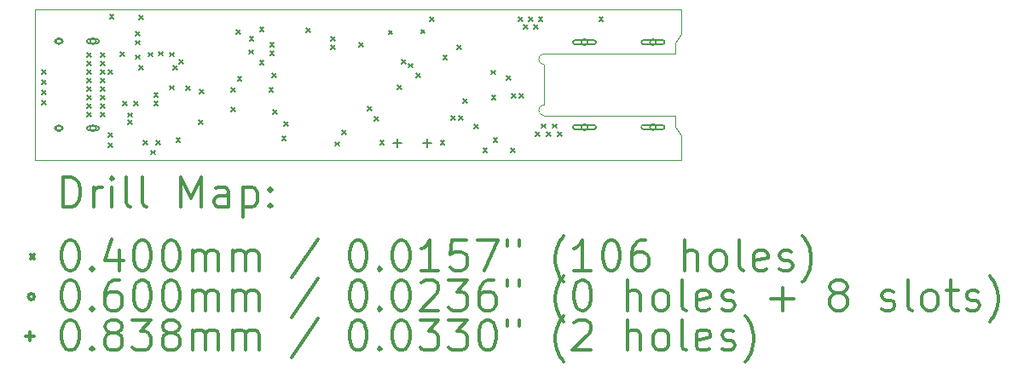
<source format=gbr>
%FSLAX45Y45*%
G04 Gerber Fmt 4.5, Leading zero omitted, Abs format (unit mm)*
G04 Created by KiCad (PCBNEW 5.1.10) date 2021-08-01 14:45:27*
%MOMM*%
%LPD*%
G01*
G04 APERTURE LIST*
%TA.AperFunction,Profile*%
%ADD10C,0.050000*%
%TD*%
%ADD11C,0.200000*%
%ADD12C,0.300000*%
G04 APERTURE END LIST*
D10*
X17835000Y-10477500D02*
X17900000Y-10400000D01*
X17835000Y-10593000D02*
X17835000Y-10477500D01*
X17835000Y-10593000D02*
X16535000Y-10593000D01*
X11475000Y-10150000D02*
X11475000Y-11650000D01*
X16535000Y-10700000D02*
G75*
G02*
X16535000Y-10593000I0J53500D01*
G01*
X16535000Y-11207000D02*
G75*
G02*
X16535000Y-11100000I0J53500D01*
G01*
X17835000Y-11207000D02*
X17835000Y-11322500D01*
X16535000Y-11207000D02*
X17835000Y-11207000D01*
X16535000Y-10700000D02*
X16535000Y-11100000D01*
X11475000Y-11650000D02*
X17900000Y-11650000D01*
X17900000Y-10150000D02*
X11475000Y-10150000D01*
X17900000Y-10400000D02*
X17900000Y-10150000D01*
X17900000Y-11400000D02*
X17900000Y-11650000D01*
X17835000Y-11322500D02*
X17900000Y-11400000D01*
D11*
X11545000Y-10755000D02*
X11585000Y-10795000D01*
X11585000Y-10755000D02*
X11545000Y-10795000D01*
X11545000Y-10855000D02*
X11585000Y-10895000D01*
X11585000Y-10855000D02*
X11545000Y-10895000D01*
X11545000Y-10955000D02*
X11585000Y-10995000D01*
X11585000Y-10955000D02*
X11545000Y-10995000D01*
X11545000Y-11055000D02*
X11585000Y-11095000D01*
X11585000Y-11055000D02*
X11545000Y-11095000D01*
X11997500Y-10582500D02*
X12037500Y-10622500D01*
X12037500Y-10582500D02*
X11997500Y-10622500D01*
X11997500Y-10667500D02*
X12037500Y-10707500D01*
X12037500Y-10667500D02*
X11997500Y-10707500D01*
X11997500Y-10752500D02*
X12037500Y-10792500D01*
X12037500Y-10752500D02*
X11997500Y-10792500D01*
X11997500Y-10837500D02*
X12037500Y-10877500D01*
X12037500Y-10837500D02*
X11997500Y-10877500D01*
X11997500Y-10922500D02*
X12037500Y-10962500D01*
X12037500Y-10922500D02*
X11997500Y-10962500D01*
X11997500Y-11007500D02*
X12037500Y-11047500D01*
X12037500Y-11007500D02*
X11997500Y-11047500D01*
X11997500Y-11092500D02*
X12037500Y-11132500D01*
X12037500Y-11092500D02*
X11997500Y-11132500D01*
X11997500Y-11177500D02*
X12037500Y-11217500D01*
X12037500Y-11177500D02*
X11997500Y-11217500D01*
X12132500Y-10582500D02*
X12172500Y-10622500D01*
X12172500Y-10582500D02*
X12132500Y-10622500D01*
X12132500Y-10667500D02*
X12172500Y-10707500D01*
X12172500Y-10667500D02*
X12132500Y-10707500D01*
X12132500Y-10752500D02*
X12172500Y-10792500D01*
X12172500Y-10752500D02*
X12132500Y-10792500D01*
X12132500Y-10837500D02*
X12172500Y-10877500D01*
X12172500Y-10837500D02*
X12132500Y-10877500D01*
X12132500Y-10922500D02*
X12172500Y-10962500D01*
X12172500Y-10922500D02*
X12132500Y-10962500D01*
X12132500Y-11007500D02*
X12172500Y-11047500D01*
X12172500Y-11007500D02*
X12132500Y-11047500D01*
X12132500Y-11092500D02*
X12172500Y-11132500D01*
X12172500Y-11092500D02*
X12132500Y-11132500D01*
X12132500Y-11177500D02*
X12172500Y-11217500D01*
X12172500Y-11177500D02*
X12132500Y-11217500D01*
X12205000Y-10755000D02*
X12245000Y-10795000D01*
X12245000Y-10755000D02*
X12205000Y-10795000D01*
X12205000Y-11380000D02*
X12245000Y-11420000D01*
X12245000Y-11380000D02*
X12205000Y-11420000D01*
X12205000Y-11480000D02*
X12245000Y-11520000D01*
X12245000Y-11480000D02*
X12205000Y-11520000D01*
X12220000Y-10205000D02*
X12260000Y-10245000D01*
X12260000Y-10205000D02*
X12220000Y-10245000D01*
X12325009Y-10574990D02*
X12365009Y-10614990D01*
X12365009Y-10574990D02*
X12325009Y-10614990D01*
X12350753Y-11065920D02*
X12390753Y-11105920D01*
X12390753Y-11065920D02*
X12350753Y-11105920D01*
X12405000Y-11180000D02*
X12445000Y-11220000D01*
X12445000Y-11180000D02*
X12405000Y-11220000D01*
X12405000Y-11255000D02*
X12445000Y-11295000D01*
X12445000Y-11255000D02*
X12405000Y-11295000D01*
X12459247Y-11065920D02*
X12499247Y-11105920D01*
X12499247Y-11065920D02*
X12459247Y-11105920D01*
X12480000Y-10370000D02*
X12520000Y-10410000D01*
X12520000Y-10370000D02*
X12480000Y-10410000D01*
X12480000Y-10460000D02*
X12520000Y-10500000D01*
X12520000Y-10460000D02*
X12480000Y-10500000D01*
X12480000Y-10605000D02*
X12520000Y-10645000D01*
X12520000Y-10605000D02*
X12480000Y-10645000D01*
X12510000Y-10210000D02*
X12550000Y-10250000D01*
X12550000Y-10210000D02*
X12510000Y-10250000D01*
X12510000Y-10710000D02*
X12550000Y-10750000D01*
X12550000Y-10710000D02*
X12510000Y-10750000D01*
X12555000Y-11455000D02*
X12595000Y-11495000D01*
X12595000Y-11455000D02*
X12555000Y-11495000D01*
X12605000Y-10580000D02*
X12645000Y-10620000D01*
X12645000Y-10580000D02*
X12605000Y-10620000D01*
X12630000Y-11553000D02*
X12670000Y-11593000D01*
X12670000Y-11553000D02*
X12630000Y-11593000D01*
X12660000Y-10982500D02*
X12700000Y-11022500D01*
X12700000Y-10982500D02*
X12660000Y-11022500D01*
X12660000Y-11065000D02*
X12700000Y-11105000D01*
X12700000Y-11065000D02*
X12660000Y-11105000D01*
X12680000Y-11454999D02*
X12720000Y-11494999D01*
X12720000Y-11454999D02*
X12680000Y-11494999D01*
X12710000Y-10570000D02*
X12750000Y-10610000D01*
X12750000Y-10570000D02*
X12710000Y-10610000D01*
X12815000Y-10580000D02*
X12855000Y-10620000D01*
X12855000Y-10580000D02*
X12815000Y-10620000D01*
X12820000Y-10910000D02*
X12860000Y-10950000D01*
X12860000Y-10910000D02*
X12820000Y-10950000D01*
X12850000Y-10710000D02*
X12890000Y-10750000D01*
X12890000Y-10710000D02*
X12850000Y-10750000D01*
X12880000Y-11432499D02*
X12920000Y-11472499D01*
X12920000Y-11432499D02*
X12880000Y-11472499D01*
X12910000Y-10650000D02*
X12950000Y-10690000D01*
X12950000Y-10650000D02*
X12910000Y-10690000D01*
X12980000Y-10915000D02*
X13020000Y-10955000D01*
X13020000Y-10915000D02*
X12980000Y-10955000D01*
X13105000Y-11255000D02*
X13145000Y-11295000D01*
X13145000Y-11255000D02*
X13105000Y-11295000D01*
X13115000Y-10947500D02*
X13155000Y-10987500D01*
X13155000Y-10947500D02*
X13115000Y-10987500D01*
X13429347Y-10931846D02*
X13469347Y-10971846D01*
X13469347Y-10931846D02*
X13429347Y-10971846D01*
X13430000Y-11127500D02*
X13470000Y-11167500D01*
X13470000Y-11127500D02*
X13430000Y-11167500D01*
X13480000Y-10355000D02*
X13520000Y-10395000D01*
X13520000Y-10355000D02*
X13480000Y-10395000D01*
X13490000Y-10820000D02*
X13530000Y-10860000D01*
X13530000Y-10820000D02*
X13490000Y-10860000D01*
X13605000Y-10555000D02*
X13645000Y-10595000D01*
X13645000Y-10555000D02*
X13605000Y-10595000D01*
X13610000Y-10420000D02*
X13650000Y-10460000D01*
X13650000Y-10420000D02*
X13610000Y-10460000D01*
X13710000Y-10330000D02*
X13750000Y-10370000D01*
X13750000Y-10330000D02*
X13710000Y-10370000D01*
X13710000Y-10660000D02*
X13750000Y-10700000D01*
X13750000Y-10660000D02*
X13710000Y-10700000D01*
X13805000Y-10930000D02*
X13845000Y-10970000D01*
X13845000Y-10930000D02*
X13805000Y-10970000D01*
X13812500Y-10485000D02*
X13852500Y-10525000D01*
X13852500Y-10485000D02*
X13812500Y-10525000D01*
X13812500Y-10567500D02*
X13852500Y-10607500D01*
X13852500Y-10567500D02*
X13812500Y-10607500D01*
X13836000Y-10790000D02*
X13876000Y-10830000D01*
X13876000Y-10790000D02*
X13836000Y-10830000D01*
X13843102Y-11154014D02*
X13883102Y-11194014D01*
X13883102Y-11154014D02*
X13843102Y-11194014D01*
X13930000Y-11412501D02*
X13970000Y-11452501D01*
X13970000Y-11412501D02*
X13930000Y-11452501D01*
X13950000Y-11267501D02*
X13990000Y-11307501D01*
X13990000Y-11267501D02*
X13950000Y-11307501D01*
X14170000Y-10340000D02*
X14210000Y-10380000D01*
X14210000Y-10340000D02*
X14170000Y-10380000D01*
X14415000Y-10425000D02*
X14455000Y-10465000D01*
X14455000Y-10425000D02*
X14415000Y-10465000D01*
X14415000Y-10510000D02*
X14455000Y-10550000D01*
X14455000Y-10510000D02*
X14415000Y-10550000D01*
X14460000Y-11467500D02*
X14500000Y-11507500D01*
X14500000Y-11467500D02*
X14460000Y-11507500D01*
X14525000Y-11355000D02*
X14565000Y-11395000D01*
X14565000Y-11355000D02*
X14525000Y-11395000D01*
X14700000Y-10480000D02*
X14740000Y-10520000D01*
X14740000Y-10480000D02*
X14700000Y-10520000D01*
X14780000Y-11120000D02*
X14820000Y-11160000D01*
X14820000Y-11120000D02*
X14780000Y-11160000D01*
X14849998Y-11220000D02*
X14889998Y-11260000D01*
X14889998Y-11220000D02*
X14849998Y-11260000D01*
X14905000Y-11455000D02*
X14945000Y-11495000D01*
X14945000Y-11455000D02*
X14905000Y-11495000D01*
X14990000Y-10360000D02*
X15030000Y-10400000D01*
X15030000Y-10360000D02*
X14990000Y-10400000D01*
X15080000Y-10905000D02*
X15120000Y-10945000D01*
X15120000Y-10905000D02*
X15080000Y-10945000D01*
X15120000Y-10650000D02*
X15160000Y-10690000D01*
X15160000Y-10650000D02*
X15120000Y-10690000D01*
X15190000Y-10690000D02*
X15230000Y-10730000D01*
X15230000Y-10690000D02*
X15190000Y-10730000D01*
X15263316Y-10785982D02*
X15303316Y-10825982D01*
X15303316Y-10785982D02*
X15263316Y-10825982D01*
X15310000Y-10350000D02*
X15350000Y-10390000D01*
X15350000Y-10350000D02*
X15310000Y-10390000D01*
X15400000Y-10230000D02*
X15440000Y-10270000D01*
X15440000Y-10230000D02*
X15400000Y-10270000D01*
X15505000Y-11455000D02*
X15545000Y-11495000D01*
X15545000Y-11455000D02*
X15505000Y-11495000D01*
X15530000Y-10610000D02*
X15570000Y-10650000D01*
X15570000Y-10610000D02*
X15530000Y-10650000D01*
X15610000Y-11210000D02*
X15650000Y-11250000D01*
X15650000Y-11210000D02*
X15610000Y-11250000D01*
X15670000Y-10510000D02*
X15710000Y-10550000D01*
X15710000Y-10510000D02*
X15670000Y-10550000D01*
X15690000Y-11210000D02*
X15730000Y-11250000D01*
X15730000Y-11210000D02*
X15690000Y-11250000D01*
X15730039Y-11043420D02*
X15770039Y-11083420D01*
X15770039Y-11043420D02*
X15730039Y-11083420D01*
X15840282Y-11294717D02*
X15880282Y-11334717D01*
X15880282Y-11294717D02*
X15840282Y-11334717D01*
X15930000Y-11530000D02*
X15970000Y-11570000D01*
X15970000Y-11530000D02*
X15930000Y-11570000D01*
X16010000Y-10758502D02*
X16050000Y-10798502D01*
X16050000Y-10758502D02*
X16010000Y-10798502D01*
X16014750Y-11006119D02*
X16054750Y-11046119D01*
X16054750Y-11006119D02*
X16014750Y-11046119D01*
X16030000Y-11430000D02*
X16070000Y-11470000D01*
X16070000Y-11430000D02*
X16030000Y-11470000D01*
X16160000Y-10810000D02*
X16200000Y-10850000D01*
X16200000Y-10810000D02*
X16160000Y-10850000D01*
X16205000Y-11530000D02*
X16245000Y-11570000D01*
X16245000Y-11530000D02*
X16205000Y-11570000D01*
X16210000Y-10990000D02*
X16250000Y-11030000D01*
X16250000Y-10990000D02*
X16210000Y-11030000D01*
X16280000Y-10230000D02*
X16320000Y-10270000D01*
X16320000Y-10230000D02*
X16280000Y-10270000D01*
X16290000Y-10990000D02*
X16330000Y-11030000D01*
X16330000Y-10990000D02*
X16290000Y-11030000D01*
X16330000Y-10305000D02*
X16370000Y-10345000D01*
X16370000Y-10305000D02*
X16330000Y-10345000D01*
X16380000Y-10230000D02*
X16420000Y-10270000D01*
X16420000Y-10230000D02*
X16380000Y-10270000D01*
X16430000Y-10305000D02*
X16470000Y-10345000D01*
X16470000Y-10305000D02*
X16430000Y-10345000D01*
X16450000Y-11370000D02*
X16490000Y-11410000D01*
X16490000Y-11370000D02*
X16450000Y-11410000D01*
X16480000Y-10230000D02*
X16520000Y-10270000D01*
X16520000Y-10230000D02*
X16480000Y-10270000D01*
X16510000Y-11290000D02*
X16550000Y-11330000D01*
X16550000Y-11290000D02*
X16510000Y-11330000D01*
X16560000Y-11370000D02*
X16600000Y-11410000D01*
X16600000Y-11370000D02*
X16560000Y-11410000D01*
X16620000Y-11290000D02*
X16660000Y-11330000D01*
X16660000Y-11290000D02*
X16620000Y-11330000D01*
X16670000Y-11370000D02*
X16710000Y-11410000D01*
X16710000Y-11370000D02*
X16670000Y-11410000D01*
X17080000Y-10230000D02*
X17120000Y-10270000D01*
X17120000Y-10230000D02*
X17080000Y-10270000D01*
X11746500Y-10467500D02*
G75*
G03*
X11746500Y-10467500I-30000J0D01*
G01*
X11736500Y-10447500D02*
X11696500Y-10447500D01*
X11736500Y-10487500D02*
X11696500Y-10487500D01*
X11696500Y-10447500D02*
G75*
G03*
X11696500Y-10487500I0J-20000D01*
G01*
X11736500Y-10487500D02*
G75*
G03*
X11736500Y-10447500I0J20000D01*
G01*
X11746500Y-11332500D02*
G75*
G03*
X11746500Y-11332500I-30000J0D01*
G01*
X11736500Y-11312500D02*
X11696500Y-11312500D01*
X11736500Y-11352500D02*
X11696500Y-11352500D01*
X11696500Y-11312500D02*
G75*
G03*
X11696500Y-11352500I0J-20000D01*
G01*
X11736500Y-11352500D02*
G75*
G03*
X11736500Y-11312500I0J20000D01*
G01*
X12084500Y-10467500D02*
G75*
G03*
X12084500Y-10467500I-30000J0D01*
G01*
X12094500Y-10447500D02*
X12014500Y-10447500D01*
X12094500Y-10487500D02*
X12014500Y-10487500D01*
X12014500Y-10447500D02*
G75*
G03*
X12014500Y-10487500I0J-20000D01*
G01*
X12094500Y-10487500D02*
G75*
G03*
X12094500Y-10447500I0J20000D01*
G01*
X12084500Y-11332500D02*
G75*
G03*
X12084500Y-11332500I-30000J0D01*
G01*
X12094500Y-11312500D02*
X12014500Y-11312500D01*
X12094500Y-11352500D02*
X12014500Y-11352500D01*
X12014500Y-11312500D02*
G75*
G03*
X12014500Y-11352500I0J-20000D01*
G01*
X12094500Y-11352500D02*
G75*
G03*
X12094500Y-11312500I0J20000D01*
G01*
X16965000Y-10477500D02*
G75*
G03*
X16965000Y-10477500I-30000J0D01*
G01*
X17030000Y-10457500D02*
X16840000Y-10457500D01*
X17030000Y-10497500D02*
X16840000Y-10497500D01*
X16840000Y-10457500D02*
G75*
G03*
X16840000Y-10497500I0J-20000D01*
G01*
X17030000Y-10497500D02*
G75*
G03*
X17030000Y-10457500I0J20000D01*
G01*
X16965000Y-11322500D02*
G75*
G03*
X16965000Y-11322500I-30000J0D01*
G01*
X17030000Y-11302500D02*
X16840000Y-11302500D01*
X17030000Y-11342500D02*
X16840000Y-11342500D01*
X16840000Y-11302500D02*
G75*
G03*
X16840000Y-11342500I0J-20000D01*
G01*
X17030000Y-11342500D02*
G75*
G03*
X17030000Y-11302500I0J20000D01*
G01*
X17645000Y-10477500D02*
G75*
G03*
X17645000Y-10477500I-30000J0D01*
G01*
X17710000Y-10457500D02*
X17520000Y-10457500D01*
X17710000Y-10497500D02*
X17520000Y-10497500D01*
X17520000Y-10457500D02*
G75*
G03*
X17520000Y-10497500I0J-20000D01*
G01*
X17710000Y-10497500D02*
G75*
G03*
X17710000Y-10457500I0J20000D01*
G01*
X17645000Y-11322500D02*
G75*
G03*
X17645000Y-11322500I-30000J0D01*
G01*
X17710000Y-11302500D02*
X17520000Y-11302500D01*
X17710000Y-11342500D02*
X17520000Y-11342500D01*
X17520000Y-11302500D02*
G75*
G03*
X17520000Y-11342500I0J-20000D01*
G01*
X17710000Y-11342500D02*
G75*
G03*
X17710000Y-11302500I0J20000D01*
G01*
X15075000Y-11438050D02*
X15075000Y-11521870D01*
X15033090Y-11479960D02*
X15116910Y-11479960D01*
X15375000Y-11438050D02*
X15375000Y-11521870D01*
X15333090Y-11479960D02*
X15416910Y-11479960D01*
D12*
X11758928Y-12118214D02*
X11758928Y-11818214D01*
X11830357Y-11818214D01*
X11873214Y-11832500D01*
X11901786Y-11861071D01*
X11916071Y-11889643D01*
X11930357Y-11946786D01*
X11930357Y-11989643D01*
X11916071Y-12046786D01*
X11901786Y-12075357D01*
X11873214Y-12103929D01*
X11830357Y-12118214D01*
X11758928Y-12118214D01*
X12058928Y-12118214D02*
X12058928Y-11918214D01*
X12058928Y-11975357D02*
X12073214Y-11946786D01*
X12087500Y-11932500D01*
X12116071Y-11918214D01*
X12144643Y-11918214D01*
X12244643Y-12118214D02*
X12244643Y-11918214D01*
X12244643Y-11818214D02*
X12230357Y-11832500D01*
X12244643Y-11846786D01*
X12258928Y-11832500D01*
X12244643Y-11818214D01*
X12244643Y-11846786D01*
X12430357Y-12118214D02*
X12401786Y-12103929D01*
X12387500Y-12075357D01*
X12387500Y-11818214D01*
X12587500Y-12118214D02*
X12558928Y-12103929D01*
X12544643Y-12075357D01*
X12544643Y-11818214D01*
X12930357Y-12118214D02*
X12930357Y-11818214D01*
X13030357Y-12032500D01*
X13130357Y-11818214D01*
X13130357Y-12118214D01*
X13401786Y-12118214D02*
X13401786Y-11961071D01*
X13387500Y-11932500D01*
X13358928Y-11918214D01*
X13301786Y-11918214D01*
X13273214Y-11932500D01*
X13401786Y-12103929D02*
X13373214Y-12118214D01*
X13301786Y-12118214D01*
X13273214Y-12103929D01*
X13258928Y-12075357D01*
X13258928Y-12046786D01*
X13273214Y-12018214D01*
X13301786Y-12003929D01*
X13373214Y-12003929D01*
X13401786Y-11989643D01*
X13544643Y-11918214D02*
X13544643Y-12218214D01*
X13544643Y-11932500D02*
X13573214Y-11918214D01*
X13630357Y-11918214D01*
X13658928Y-11932500D01*
X13673214Y-11946786D01*
X13687500Y-11975357D01*
X13687500Y-12061071D01*
X13673214Y-12089643D01*
X13658928Y-12103929D01*
X13630357Y-12118214D01*
X13573214Y-12118214D01*
X13544643Y-12103929D01*
X13816071Y-12089643D02*
X13830357Y-12103929D01*
X13816071Y-12118214D01*
X13801786Y-12103929D01*
X13816071Y-12089643D01*
X13816071Y-12118214D01*
X13816071Y-11932500D02*
X13830357Y-11946786D01*
X13816071Y-11961071D01*
X13801786Y-11946786D01*
X13816071Y-11932500D01*
X13816071Y-11961071D01*
X11432500Y-12592500D02*
X11472500Y-12632500D01*
X11472500Y-12592500D02*
X11432500Y-12632500D01*
X11816071Y-12448214D02*
X11844643Y-12448214D01*
X11873214Y-12462500D01*
X11887500Y-12476786D01*
X11901786Y-12505357D01*
X11916071Y-12562500D01*
X11916071Y-12633929D01*
X11901786Y-12691071D01*
X11887500Y-12719643D01*
X11873214Y-12733929D01*
X11844643Y-12748214D01*
X11816071Y-12748214D01*
X11787500Y-12733929D01*
X11773214Y-12719643D01*
X11758928Y-12691071D01*
X11744643Y-12633929D01*
X11744643Y-12562500D01*
X11758928Y-12505357D01*
X11773214Y-12476786D01*
X11787500Y-12462500D01*
X11816071Y-12448214D01*
X12044643Y-12719643D02*
X12058928Y-12733929D01*
X12044643Y-12748214D01*
X12030357Y-12733929D01*
X12044643Y-12719643D01*
X12044643Y-12748214D01*
X12316071Y-12548214D02*
X12316071Y-12748214D01*
X12244643Y-12433929D02*
X12173214Y-12648214D01*
X12358928Y-12648214D01*
X12530357Y-12448214D02*
X12558928Y-12448214D01*
X12587500Y-12462500D01*
X12601786Y-12476786D01*
X12616071Y-12505357D01*
X12630357Y-12562500D01*
X12630357Y-12633929D01*
X12616071Y-12691071D01*
X12601786Y-12719643D01*
X12587500Y-12733929D01*
X12558928Y-12748214D01*
X12530357Y-12748214D01*
X12501786Y-12733929D01*
X12487500Y-12719643D01*
X12473214Y-12691071D01*
X12458928Y-12633929D01*
X12458928Y-12562500D01*
X12473214Y-12505357D01*
X12487500Y-12476786D01*
X12501786Y-12462500D01*
X12530357Y-12448214D01*
X12816071Y-12448214D02*
X12844643Y-12448214D01*
X12873214Y-12462500D01*
X12887500Y-12476786D01*
X12901786Y-12505357D01*
X12916071Y-12562500D01*
X12916071Y-12633929D01*
X12901786Y-12691071D01*
X12887500Y-12719643D01*
X12873214Y-12733929D01*
X12844643Y-12748214D01*
X12816071Y-12748214D01*
X12787500Y-12733929D01*
X12773214Y-12719643D01*
X12758928Y-12691071D01*
X12744643Y-12633929D01*
X12744643Y-12562500D01*
X12758928Y-12505357D01*
X12773214Y-12476786D01*
X12787500Y-12462500D01*
X12816071Y-12448214D01*
X13044643Y-12748214D02*
X13044643Y-12548214D01*
X13044643Y-12576786D02*
X13058928Y-12562500D01*
X13087500Y-12548214D01*
X13130357Y-12548214D01*
X13158928Y-12562500D01*
X13173214Y-12591071D01*
X13173214Y-12748214D01*
X13173214Y-12591071D02*
X13187500Y-12562500D01*
X13216071Y-12548214D01*
X13258928Y-12548214D01*
X13287500Y-12562500D01*
X13301786Y-12591071D01*
X13301786Y-12748214D01*
X13444643Y-12748214D02*
X13444643Y-12548214D01*
X13444643Y-12576786D02*
X13458928Y-12562500D01*
X13487500Y-12548214D01*
X13530357Y-12548214D01*
X13558928Y-12562500D01*
X13573214Y-12591071D01*
X13573214Y-12748214D01*
X13573214Y-12591071D02*
X13587500Y-12562500D01*
X13616071Y-12548214D01*
X13658928Y-12548214D01*
X13687500Y-12562500D01*
X13701786Y-12591071D01*
X13701786Y-12748214D01*
X14287500Y-12433929D02*
X14030357Y-12819643D01*
X14673214Y-12448214D02*
X14701786Y-12448214D01*
X14730357Y-12462500D01*
X14744643Y-12476786D01*
X14758928Y-12505357D01*
X14773214Y-12562500D01*
X14773214Y-12633929D01*
X14758928Y-12691071D01*
X14744643Y-12719643D01*
X14730357Y-12733929D01*
X14701786Y-12748214D01*
X14673214Y-12748214D01*
X14644643Y-12733929D01*
X14630357Y-12719643D01*
X14616071Y-12691071D01*
X14601786Y-12633929D01*
X14601786Y-12562500D01*
X14616071Y-12505357D01*
X14630357Y-12476786D01*
X14644643Y-12462500D01*
X14673214Y-12448214D01*
X14901786Y-12719643D02*
X14916071Y-12733929D01*
X14901786Y-12748214D01*
X14887500Y-12733929D01*
X14901786Y-12719643D01*
X14901786Y-12748214D01*
X15101786Y-12448214D02*
X15130357Y-12448214D01*
X15158928Y-12462500D01*
X15173214Y-12476786D01*
X15187500Y-12505357D01*
X15201786Y-12562500D01*
X15201786Y-12633929D01*
X15187500Y-12691071D01*
X15173214Y-12719643D01*
X15158928Y-12733929D01*
X15130357Y-12748214D01*
X15101786Y-12748214D01*
X15073214Y-12733929D01*
X15058928Y-12719643D01*
X15044643Y-12691071D01*
X15030357Y-12633929D01*
X15030357Y-12562500D01*
X15044643Y-12505357D01*
X15058928Y-12476786D01*
X15073214Y-12462500D01*
X15101786Y-12448214D01*
X15487500Y-12748214D02*
X15316071Y-12748214D01*
X15401786Y-12748214D02*
X15401786Y-12448214D01*
X15373214Y-12491071D01*
X15344643Y-12519643D01*
X15316071Y-12533929D01*
X15758928Y-12448214D02*
X15616071Y-12448214D01*
X15601786Y-12591071D01*
X15616071Y-12576786D01*
X15644643Y-12562500D01*
X15716071Y-12562500D01*
X15744643Y-12576786D01*
X15758928Y-12591071D01*
X15773214Y-12619643D01*
X15773214Y-12691071D01*
X15758928Y-12719643D01*
X15744643Y-12733929D01*
X15716071Y-12748214D01*
X15644643Y-12748214D01*
X15616071Y-12733929D01*
X15601786Y-12719643D01*
X15873214Y-12448214D02*
X16073214Y-12448214D01*
X15944643Y-12748214D01*
X16173214Y-12448214D02*
X16173214Y-12505357D01*
X16287500Y-12448214D02*
X16287500Y-12505357D01*
X16730357Y-12862500D02*
X16716071Y-12848214D01*
X16687500Y-12805357D01*
X16673214Y-12776786D01*
X16658928Y-12733929D01*
X16644643Y-12662500D01*
X16644643Y-12605357D01*
X16658928Y-12533929D01*
X16673214Y-12491071D01*
X16687500Y-12462500D01*
X16716071Y-12419643D01*
X16730357Y-12405357D01*
X17001786Y-12748214D02*
X16830357Y-12748214D01*
X16916071Y-12748214D02*
X16916071Y-12448214D01*
X16887500Y-12491071D01*
X16858928Y-12519643D01*
X16830357Y-12533929D01*
X17187500Y-12448214D02*
X17216071Y-12448214D01*
X17244643Y-12462500D01*
X17258928Y-12476786D01*
X17273214Y-12505357D01*
X17287500Y-12562500D01*
X17287500Y-12633929D01*
X17273214Y-12691071D01*
X17258928Y-12719643D01*
X17244643Y-12733929D01*
X17216071Y-12748214D01*
X17187500Y-12748214D01*
X17158928Y-12733929D01*
X17144643Y-12719643D01*
X17130357Y-12691071D01*
X17116071Y-12633929D01*
X17116071Y-12562500D01*
X17130357Y-12505357D01*
X17144643Y-12476786D01*
X17158928Y-12462500D01*
X17187500Y-12448214D01*
X17544643Y-12448214D02*
X17487500Y-12448214D01*
X17458928Y-12462500D01*
X17444643Y-12476786D01*
X17416071Y-12519643D01*
X17401786Y-12576786D01*
X17401786Y-12691071D01*
X17416071Y-12719643D01*
X17430357Y-12733929D01*
X17458928Y-12748214D01*
X17516071Y-12748214D01*
X17544643Y-12733929D01*
X17558928Y-12719643D01*
X17573214Y-12691071D01*
X17573214Y-12619643D01*
X17558928Y-12591071D01*
X17544643Y-12576786D01*
X17516071Y-12562500D01*
X17458928Y-12562500D01*
X17430357Y-12576786D01*
X17416071Y-12591071D01*
X17401786Y-12619643D01*
X17930357Y-12748214D02*
X17930357Y-12448214D01*
X18058928Y-12748214D02*
X18058928Y-12591071D01*
X18044643Y-12562500D01*
X18016071Y-12548214D01*
X17973214Y-12548214D01*
X17944643Y-12562500D01*
X17930357Y-12576786D01*
X18244643Y-12748214D02*
X18216071Y-12733929D01*
X18201786Y-12719643D01*
X18187500Y-12691071D01*
X18187500Y-12605357D01*
X18201786Y-12576786D01*
X18216071Y-12562500D01*
X18244643Y-12548214D01*
X18287500Y-12548214D01*
X18316071Y-12562500D01*
X18330357Y-12576786D01*
X18344643Y-12605357D01*
X18344643Y-12691071D01*
X18330357Y-12719643D01*
X18316071Y-12733929D01*
X18287500Y-12748214D01*
X18244643Y-12748214D01*
X18516071Y-12748214D02*
X18487500Y-12733929D01*
X18473214Y-12705357D01*
X18473214Y-12448214D01*
X18744643Y-12733929D02*
X18716071Y-12748214D01*
X18658928Y-12748214D01*
X18630357Y-12733929D01*
X18616071Y-12705357D01*
X18616071Y-12591071D01*
X18630357Y-12562500D01*
X18658928Y-12548214D01*
X18716071Y-12548214D01*
X18744643Y-12562500D01*
X18758928Y-12591071D01*
X18758928Y-12619643D01*
X18616071Y-12648214D01*
X18873214Y-12733929D02*
X18901786Y-12748214D01*
X18958928Y-12748214D01*
X18987500Y-12733929D01*
X19001786Y-12705357D01*
X19001786Y-12691071D01*
X18987500Y-12662500D01*
X18958928Y-12648214D01*
X18916071Y-12648214D01*
X18887500Y-12633929D01*
X18873214Y-12605357D01*
X18873214Y-12591071D01*
X18887500Y-12562500D01*
X18916071Y-12548214D01*
X18958928Y-12548214D01*
X18987500Y-12562500D01*
X19101786Y-12862500D02*
X19116071Y-12848214D01*
X19144643Y-12805357D01*
X19158928Y-12776786D01*
X19173214Y-12733929D01*
X19187500Y-12662500D01*
X19187500Y-12605357D01*
X19173214Y-12533929D01*
X19158928Y-12491071D01*
X19144643Y-12462500D01*
X19116071Y-12419643D01*
X19101786Y-12405357D01*
X11472500Y-13008500D02*
G75*
G03*
X11472500Y-13008500I-30000J0D01*
G01*
X11816071Y-12844214D02*
X11844643Y-12844214D01*
X11873214Y-12858500D01*
X11887500Y-12872786D01*
X11901786Y-12901357D01*
X11916071Y-12958500D01*
X11916071Y-13029929D01*
X11901786Y-13087071D01*
X11887500Y-13115643D01*
X11873214Y-13129929D01*
X11844643Y-13144214D01*
X11816071Y-13144214D01*
X11787500Y-13129929D01*
X11773214Y-13115643D01*
X11758928Y-13087071D01*
X11744643Y-13029929D01*
X11744643Y-12958500D01*
X11758928Y-12901357D01*
X11773214Y-12872786D01*
X11787500Y-12858500D01*
X11816071Y-12844214D01*
X12044643Y-13115643D02*
X12058928Y-13129929D01*
X12044643Y-13144214D01*
X12030357Y-13129929D01*
X12044643Y-13115643D01*
X12044643Y-13144214D01*
X12316071Y-12844214D02*
X12258928Y-12844214D01*
X12230357Y-12858500D01*
X12216071Y-12872786D01*
X12187500Y-12915643D01*
X12173214Y-12972786D01*
X12173214Y-13087071D01*
X12187500Y-13115643D01*
X12201786Y-13129929D01*
X12230357Y-13144214D01*
X12287500Y-13144214D01*
X12316071Y-13129929D01*
X12330357Y-13115643D01*
X12344643Y-13087071D01*
X12344643Y-13015643D01*
X12330357Y-12987071D01*
X12316071Y-12972786D01*
X12287500Y-12958500D01*
X12230357Y-12958500D01*
X12201786Y-12972786D01*
X12187500Y-12987071D01*
X12173214Y-13015643D01*
X12530357Y-12844214D02*
X12558928Y-12844214D01*
X12587500Y-12858500D01*
X12601786Y-12872786D01*
X12616071Y-12901357D01*
X12630357Y-12958500D01*
X12630357Y-13029929D01*
X12616071Y-13087071D01*
X12601786Y-13115643D01*
X12587500Y-13129929D01*
X12558928Y-13144214D01*
X12530357Y-13144214D01*
X12501786Y-13129929D01*
X12487500Y-13115643D01*
X12473214Y-13087071D01*
X12458928Y-13029929D01*
X12458928Y-12958500D01*
X12473214Y-12901357D01*
X12487500Y-12872786D01*
X12501786Y-12858500D01*
X12530357Y-12844214D01*
X12816071Y-12844214D02*
X12844643Y-12844214D01*
X12873214Y-12858500D01*
X12887500Y-12872786D01*
X12901786Y-12901357D01*
X12916071Y-12958500D01*
X12916071Y-13029929D01*
X12901786Y-13087071D01*
X12887500Y-13115643D01*
X12873214Y-13129929D01*
X12844643Y-13144214D01*
X12816071Y-13144214D01*
X12787500Y-13129929D01*
X12773214Y-13115643D01*
X12758928Y-13087071D01*
X12744643Y-13029929D01*
X12744643Y-12958500D01*
X12758928Y-12901357D01*
X12773214Y-12872786D01*
X12787500Y-12858500D01*
X12816071Y-12844214D01*
X13044643Y-13144214D02*
X13044643Y-12944214D01*
X13044643Y-12972786D02*
X13058928Y-12958500D01*
X13087500Y-12944214D01*
X13130357Y-12944214D01*
X13158928Y-12958500D01*
X13173214Y-12987071D01*
X13173214Y-13144214D01*
X13173214Y-12987071D02*
X13187500Y-12958500D01*
X13216071Y-12944214D01*
X13258928Y-12944214D01*
X13287500Y-12958500D01*
X13301786Y-12987071D01*
X13301786Y-13144214D01*
X13444643Y-13144214D02*
X13444643Y-12944214D01*
X13444643Y-12972786D02*
X13458928Y-12958500D01*
X13487500Y-12944214D01*
X13530357Y-12944214D01*
X13558928Y-12958500D01*
X13573214Y-12987071D01*
X13573214Y-13144214D01*
X13573214Y-12987071D02*
X13587500Y-12958500D01*
X13616071Y-12944214D01*
X13658928Y-12944214D01*
X13687500Y-12958500D01*
X13701786Y-12987071D01*
X13701786Y-13144214D01*
X14287500Y-12829929D02*
X14030357Y-13215643D01*
X14673214Y-12844214D02*
X14701786Y-12844214D01*
X14730357Y-12858500D01*
X14744643Y-12872786D01*
X14758928Y-12901357D01*
X14773214Y-12958500D01*
X14773214Y-13029929D01*
X14758928Y-13087071D01*
X14744643Y-13115643D01*
X14730357Y-13129929D01*
X14701786Y-13144214D01*
X14673214Y-13144214D01*
X14644643Y-13129929D01*
X14630357Y-13115643D01*
X14616071Y-13087071D01*
X14601786Y-13029929D01*
X14601786Y-12958500D01*
X14616071Y-12901357D01*
X14630357Y-12872786D01*
X14644643Y-12858500D01*
X14673214Y-12844214D01*
X14901786Y-13115643D02*
X14916071Y-13129929D01*
X14901786Y-13144214D01*
X14887500Y-13129929D01*
X14901786Y-13115643D01*
X14901786Y-13144214D01*
X15101786Y-12844214D02*
X15130357Y-12844214D01*
X15158928Y-12858500D01*
X15173214Y-12872786D01*
X15187500Y-12901357D01*
X15201786Y-12958500D01*
X15201786Y-13029929D01*
X15187500Y-13087071D01*
X15173214Y-13115643D01*
X15158928Y-13129929D01*
X15130357Y-13144214D01*
X15101786Y-13144214D01*
X15073214Y-13129929D01*
X15058928Y-13115643D01*
X15044643Y-13087071D01*
X15030357Y-13029929D01*
X15030357Y-12958500D01*
X15044643Y-12901357D01*
X15058928Y-12872786D01*
X15073214Y-12858500D01*
X15101786Y-12844214D01*
X15316071Y-12872786D02*
X15330357Y-12858500D01*
X15358928Y-12844214D01*
X15430357Y-12844214D01*
X15458928Y-12858500D01*
X15473214Y-12872786D01*
X15487500Y-12901357D01*
X15487500Y-12929929D01*
X15473214Y-12972786D01*
X15301786Y-13144214D01*
X15487500Y-13144214D01*
X15587500Y-12844214D02*
X15773214Y-12844214D01*
X15673214Y-12958500D01*
X15716071Y-12958500D01*
X15744643Y-12972786D01*
X15758928Y-12987071D01*
X15773214Y-13015643D01*
X15773214Y-13087071D01*
X15758928Y-13115643D01*
X15744643Y-13129929D01*
X15716071Y-13144214D01*
X15630357Y-13144214D01*
X15601786Y-13129929D01*
X15587500Y-13115643D01*
X16030357Y-12844214D02*
X15973214Y-12844214D01*
X15944643Y-12858500D01*
X15930357Y-12872786D01*
X15901786Y-12915643D01*
X15887500Y-12972786D01*
X15887500Y-13087071D01*
X15901786Y-13115643D01*
X15916071Y-13129929D01*
X15944643Y-13144214D01*
X16001786Y-13144214D01*
X16030357Y-13129929D01*
X16044643Y-13115643D01*
X16058928Y-13087071D01*
X16058928Y-13015643D01*
X16044643Y-12987071D01*
X16030357Y-12972786D01*
X16001786Y-12958500D01*
X15944643Y-12958500D01*
X15916071Y-12972786D01*
X15901786Y-12987071D01*
X15887500Y-13015643D01*
X16173214Y-12844214D02*
X16173214Y-12901357D01*
X16287500Y-12844214D02*
X16287500Y-12901357D01*
X16730357Y-13258500D02*
X16716071Y-13244214D01*
X16687500Y-13201357D01*
X16673214Y-13172786D01*
X16658928Y-13129929D01*
X16644643Y-13058500D01*
X16644643Y-13001357D01*
X16658928Y-12929929D01*
X16673214Y-12887071D01*
X16687500Y-12858500D01*
X16716071Y-12815643D01*
X16730357Y-12801357D01*
X16901786Y-12844214D02*
X16930357Y-12844214D01*
X16958928Y-12858500D01*
X16973214Y-12872786D01*
X16987500Y-12901357D01*
X17001786Y-12958500D01*
X17001786Y-13029929D01*
X16987500Y-13087071D01*
X16973214Y-13115643D01*
X16958928Y-13129929D01*
X16930357Y-13144214D01*
X16901786Y-13144214D01*
X16873214Y-13129929D01*
X16858928Y-13115643D01*
X16844643Y-13087071D01*
X16830357Y-13029929D01*
X16830357Y-12958500D01*
X16844643Y-12901357D01*
X16858928Y-12872786D01*
X16873214Y-12858500D01*
X16901786Y-12844214D01*
X17358928Y-13144214D02*
X17358928Y-12844214D01*
X17487500Y-13144214D02*
X17487500Y-12987071D01*
X17473214Y-12958500D01*
X17444643Y-12944214D01*
X17401786Y-12944214D01*
X17373214Y-12958500D01*
X17358928Y-12972786D01*
X17673214Y-13144214D02*
X17644643Y-13129929D01*
X17630357Y-13115643D01*
X17616071Y-13087071D01*
X17616071Y-13001357D01*
X17630357Y-12972786D01*
X17644643Y-12958500D01*
X17673214Y-12944214D01*
X17716071Y-12944214D01*
X17744643Y-12958500D01*
X17758928Y-12972786D01*
X17773214Y-13001357D01*
X17773214Y-13087071D01*
X17758928Y-13115643D01*
X17744643Y-13129929D01*
X17716071Y-13144214D01*
X17673214Y-13144214D01*
X17944643Y-13144214D02*
X17916071Y-13129929D01*
X17901786Y-13101357D01*
X17901786Y-12844214D01*
X18173214Y-13129929D02*
X18144643Y-13144214D01*
X18087500Y-13144214D01*
X18058928Y-13129929D01*
X18044643Y-13101357D01*
X18044643Y-12987071D01*
X18058928Y-12958500D01*
X18087500Y-12944214D01*
X18144643Y-12944214D01*
X18173214Y-12958500D01*
X18187500Y-12987071D01*
X18187500Y-13015643D01*
X18044643Y-13044214D01*
X18301786Y-13129929D02*
X18330357Y-13144214D01*
X18387500Y-13144214D01*
X18416071Y-13129929D01*
X18430357Y-13101357D01*
X18430357Y-13087071D01*
X18416071Y-13058500D01*
X18387500Y-13044214D01*
X18344643Y-13044214D01*
X18316071Y-13029929D01*
X18301786Y-13001357D01*
X18301786Y-12987071D01*
X18316071Y-12958500D01*
X18344643Y-12944214D01*
X18387500Y-12944214D01*
X18416071Y-12958500D01*
X18787500Y-13029929D02*
X19016071Y-13029929D01*
X18901786Y-13144214D02*
X18901786Y-12915643D01*
X19430357Y-12972786D02*
X19401786Y-12958500D01*
X19387500Y-12944214D01*
X19373214Y-12915643D01*
X19373214Y-12901357D01*
X19387500Y-12872786D01*
X19401786Y-12858500D01*
X19430357Y-12844214D01*
X19487500Y-12844214D01*
X19516071Y-12858500D01*
X19530357Y-12872786D01*
X19544643Y-12901357D01*
X19544643Y-12915643D01*
X19530357Y-12944214D01*
X19516071Y-12958500D01*
X19487500Y-12972786D01*
X19430357Y-12972786D01*
X19401786Y-12987071D01*
X19387500Y-13001357D01*
X19373214Y-13029929D01*
X19373214Y-13087071D01*
X19387500Y-13115643D01*
X19401786Y-13129929D01*
X19430357Y-13144214D01*
X19487500Y-13144214D01*
X19516071Y-13129929D01*
X19530357Y-13115643D01*
X19544643Y-13087071D01*
X19544643Y-13029929D01*
X19530357Y-13001357D01*
X19516071Y-12987071D01*
X19487500Y-12972786D01*
X19887500Y-13129929D02*
X19916071Y-13144214D01*
X19973214Y-13144214D01*
X20001786Y-13129929D01*
X20016071Y-13101357D01*
X20016071Y-13087071D01*
X20001786Y-13058500D01*
X19973214Y-13044214D01*
X19930357Y-13044214D01*
X19901786Y-13029929D01*
X19887500Y-13001357D01*
X19887500Y-12987071D01*
X19901786Y-12958500D01*
X19930357Y-12944214D01*
X19973214Y-12944214D01*
X20001786Y-12958500D01*
X20187500Y-13144214D02*
X20158928Y-13129929D01*
X20144643Y-13101357D01*
X20144643Y-12844214D01*
X20344643Y-13144214D02*
X20316071Y-13129929D01*
X20301786Y-13115643D01*
X20287500Y-13087071D01*
X20287500Y-13001357D01*
X20301786Y-12972786D01*
X20316071Y-12958500D01*
X20344643Y-12944214D01*
X20387500Y-12944214D01*
X20416071Y-12958500D01*
X20430357Y-12972786D01*
X20444643Y-13001357D01*
X20444643Y-13087071D01*
X20430357Y-13115643D01*
X20416071Y-13129929D01*
X20387500Y-13144214D01*
X20344643Y-13144214D01*
X20530357Y-12944214D02*
X20644643Y-12944214D01*
X20573214Y-12844214D02*
X20573214Y-13101357D01*
X20587500Y-13129929D01*
X20616071Y-13144214D01*
X20644643Y-13144214D01*
X20730357Y-13129929D02*
X20758928Y-13144214D01*
X20816071Y-13144214D01*
X20844643Y-13129929D01*
X20858928Y-13101357D01*
X20858928Y-13087071D01*
X20844643Y-13058500D01*
X20816071Y-13044214D01*
X20773214Y-13044214D01*
X20744643Y-13029929D01*
X20730357Y-13001357D01*
X20730357Y-12987071D01*
X20744643Y-12958500D01*
X20773214Y-12944214D01*
X20816071Y-12944214D01*
X20844643Y-12958500D01*
X20958928Y-13258500D02*
X20973214Y-13244214D01*
X21001786Y-13201357D01*
X21016071Y-13172786D01*
X21030357Y-13129929D01*
X21044643Y-13058500D01*
X21044643Y-13001357D01*
X21030357Y-12929929D01*
X21016071Y-12887071D01*
X21001786Y-12858500D01*
X20973214Y-12815643D01*
X20958928Y-12801357D01*
X11430590Y-13362590D02*
X11430590Y-13446410D01*
X11388680Y-13404500D02*
X11472500Y-13404500D01*
X11816071Y-13240214D02*
X11844643Y-13240214D01*
X11873214Y-13254500D01*
X11887500Y-13268786D01*
X11901786Y-13297357D01*
X11916071Y-13354500D01*
X11916071Y-13425929D01*
X11901786Y-13483071D01*
X11887500Y-13511643D01*
X11873214Y-13525929D01*
X11844643Y-13540214D01*
X11816071Y-13540214D01*
X11787500Y-13525929D01*
X11773214Y-13511643D01*
X11758928Y-13483071D01*
X11744643Y-13425929D01*
X11744643Y-13354500D01*
X11758928Y-13297357D01*
X11773214Y-13268786D01*
X11787500Y-13254500D01*
X11816071Y-13240214D01*
X12044643Y-13511643D02*
X12058928Y-13525929D01*
X12044643Y-13540214D01*
X12030357Y-13525929D01*
X12044643Y-13511643D01*
X12044643Y-13540214D01*
X12230357Y-13368786D02*
X12201786Y-13354500D01*
X12187500Y-13340214D01*
X12173214Y-13311643D01*
X12173214Y-13297357D01*
X12187500Y-13268786D01*
X12201786Y-13254500D01*
X12230357Y-13240214D01*
X12287500Y-13240214D01*
X12316071Y-13254500D01*
X12330357Y-13268786D01*
X12344643Y-13297357D01*
X12344643Y-13311643D01*
X12330357Y-13340214D01*
X12316071Y-13354500D01*
X12287500Y-13368786D01*
X12230357Y-13368786D01*
X12201786Y-13383071D01*
X12187500Y-13397357D01*
X12173214Y-13425929D01*
X12173214Y-13483071D01*
X12187500Y-13511643D01*
X12201786Y-13525929D01*
X12230357Y-13540214D01*
X12287500Y-13540214D01*
X12316071Y-13525929D01*
X12330357Y-13511643D01*
X12344643Y-13483071D01*
X12344643Y-13425929D01*
X12330357Y-13397357D01*
X12316071Y-13383071D01*
X12287500Y-13368786D01*
X12444643Y-13240214D02*
X12630357Y-13240214D01*
X12530357Y-13354500D01*
X12573214Y-13354500D01*
X12601786Y-13368786D01*
X12616071Y-13383071D01*
X12630357Y-13411643D01*
X12630357Y-13483071D01*
X12616071Y-13511643D01*
X12601786Y-13525929D01*
X12573214Y-13540214D01*
X12487500Y-13540214D01*
X12458928Y-13525929D01*
X12444643Y-13511643D01*
X12801786Y-13368786D02*
X12773214Y-13354500D01*
X12758928Y-13340214D01*
X12744643Y-13311643D01*
X12744643Y-13297357D01*
X12758928Y-13268786D01*
X12773214Y-13254500D01*
X12801786Y-13240214D01*
X12858928Y-13240214D01*
X12887500Y-13254500D01*
X12901786Y-13268786D01*
X12916071Y-13297357D01*
X12916071Y-13311643D01*
X12901786Y-13340214D01*
X12887500Y-13354500D01*
X12858928Y-13368786D01*
X12801786Y-13368786D01*
X12773214Y-13383071D01*
X12758928Y-13397357D01*
X12744643Y-13425929D01*
X12744643Y-13483071D01*
X12758928Y-13511643D01*
X12773214Y-13525929D01*
X12801786Y-13540214D01*
X12858928Y-13540214D01*
X12887500Y-13525929D01*
X12901786Y-13511643D01*
X12916071Y-13483071D01*
X12916071Y-13425929D01*
X12901786Y-13397357D01*
X12887500Y-13383071D01*
X12858928Y-13368786D01*
X13044643Y-13540214D02*
X13044643Y-13340214D01*
X13044643Y-13368786D02*
X13058928Y-13354500D01*
X13087500Y-13340214D01*
X13130357Y-13340214D01*
X13158928Y-13354500D01*
X13173214Y-13383071D01*
X13173214Y-13540214D01*
X13173214Y-13383071D02*
X13187500Y-13354500D01*
X13216071Y-13340214D01*
X13258928Y-13340214D01*
X13287500Y-13354500D01*
X13301786Y-13383071D01*
X13301786Y-13540214D01*
X13444643Y-13540214D02*
X13444643Y-13340214D01*
X13444643Y-13368786D02*
X13458928Y-13354500D01*
X13487500Y-13340214D01*
X13530357Y-13340214D01*
X13558928Y-13354500D01*
X13573214Y-13383071D01*
X13573214Y-13540214D01*
X13573214Y-13383071D02*
X13587500Y-13354500D01*
X13616071Y-13340214D01*
X13658928Y-13340214D01*
X13687500Y-13354500D01*
X13701786Y-13383071D01*
X13701786Y-13540214D01*
X14287500Y-13225929D02*
X14030357Y-13611643D01*
X14673214Y-13240214D02*
X14701786Y-13240214D01*
X14730357Y-13254500D01*
X14744643Y-13268786D01*
X14758928Y-13297357D01*
X14773214Y-13354500D01*
X14773214Y-13425929D01*
X14758928Y-13483071D01*
X14744643Y-13511643D01*
X14730357Y-13525929D01*
X14701786Y-13540214D01*
X14673214Y-13540214D01*
X14644643Y-13525929D01*
X14630357Y-13511643D01*
X14616071Y-13483071D01*
X14601786Y-13425929D01*
X14601786Y-13354500D01*
X14616071Y-13297357D01*
X14630357Y-13268786D01*
X14644643Y-13254500D01*
X14673214Y-13240214D01*
X14901786Y-13511643D02*
X14916071Y-13525929D01*
X14901786Y-13540214D01*
X14887500Y-13525929D01*
X14901786Y-13511643D01*
X14901786Y-13540214D01*
X15101786Y-13240214D02*
X15130357Y-13240214D01*
X15158928Y-13254500D01*
X15173214Y-13268786D01*
X15187500Y-13297357D01*
X15201786Y-13354500D01*
X15201786Y-13425929D01*
X15187500Y-13483071D01*
X15173214Y-13511643D01*
X15158928Y-13525929D01*
X15130357Y-13540214D01*
X15101786Y-13540214D01*
X15073214Y-13525929D01*
X15058928Y-13511643D01*
X15044643Y-13483071D01*
X15030357Y-13425929D01*
X15030357Y-13354500D01*
X15044643Y-13297357D01*
X15058928Y-13268786D01*
X15073214Y-13254500D01*
X15101786Y-13240214D01*
X15301786Y-13240214D02*
X15487500Y-13240214D01*
X15387500Y-13354500D01*
X15430357Y-13354500D01*
X15458928Y-13368786D01*
X15473214Y-13383071D01*
X15487500Y-13411643D01*
X15487500Y-13483071D01*
X15473214Y-13511643D01*
X15458928Y-13525929D01*
X15430357Y-13540214D01*
X15344643Y-13540214D01*
X15316071Y-13525929D01*
X15301786Y-13511643D01*
X15587500Y-13240214D02*
X15773214Y-13240214D01*
X15673214Y-13354500D01*
X15716071Y-13354500D01*
X15744643Y-13368786D01*
X15758928Y-13383071D01*
X15773214Y-13411643D01*
X15773214Y-13483071D01*
X15758928Y-13511643D01*
X15744643Y-13525929D01*
X15716071Y-13540214D01*
X15630357Y-13540214D01*
X15601786Y-13525929D01*
X15587500Y-13511643D01*
X15958928Y-13240214D02*
X15987500Y-13240214D01*
X16016071Y-13254500D01*
X16030357Y-13268786D01*
X16044643Y-13297357D01*
X16058928Y-13354500D01*
X16058928Y-13425929D01*
X16044643Y-13483071D01*
X16030357Y-13511643D01*
X16016071Y-13525929D01*
X15987500Y-13540214D01*
X15958928Y-13540214D01*
X15930357Y-13525929D01*
X15916071Y-13511643D01*
X15901786Y-13483071D01*
X15887500Y-13425929D01*
X15887500Y-13354500D01*
X15901786Y-13297357D01*
X15916071Y-13268786D01*
X15930357Y-13254500D01*
X15958928Y-13240214D01*
X16173214Y-13240214D02*
X16173214Y-13297357D01*
X16287500Y-13240214D02*
X16287500Y-13297357D01*
X16730357Y-13654500D02*
X16716071Y-13640214D01*
X16687500Y-13597357D01*
X16673214Y-13568786D01*
X16658928Y-13525929D01*
X16644643Y-13454500D01*
X16644643Y-13397357D01*
X16658928Y-13325929D01*
X16673214Y-13283071D01*
X16687500Y-13254500D01*
X16716071Y-13211643D01*
X16730357Y-13197357D01*
X16830357Y-13268786D02*
X16844643Y-13254500D01*
X16873214Y-13240214D01*
X16944643Y-13240214D01*
X16973214Y-13254500D01*
X16987500Y-13268786D01*
X17001786Y-13297357D01*
X17001786Y-13325929D01*
X16987500Y-13368786D01*
X16816071Y-13540214D01*
X17001786Y-13540214D01*
X17358928Y-13540214D02*
X17358928Y-13240214D01*
X17487500Y-13540214D02*
X17487500Y-13383071D01*
X17473214Y-13354500D01*
X17444643Y-13340214D01*
X17401786Y-13340214D01*
X17373214Y-13354500D01*
X17358928Y-13368786D01*
X17673214Y-13540214D02*
X17644643Y-13525929D01*
X17630357Y-13511643D01*
X17616071Y-13483071D01*
X17616071Y-13397357D01*
X17630357Y-13368786D01*
X17644643Y-13354500D01*
X17673214Y-13340214D01*
X17716071Y-13340214D01*
X17744643Y-13354500D01*
X17758928Y-13368786D01*
X17773214Y-13397357D01*
X17773214Y-13483071D01*
X17758928Y-13511643D01*
X17744643Y-13525929D01*
X17716071Y-13540214D01*
X17673214Y-13540214D01*
X17944643Y-13540214D02*
X17916071Y-13525929D01*
X17901786Y-13497357D01*
X17901786Y-13240214D01*
X18173214Y-13525929D02*
X18144643Y-13540214D01*
X18087500Y-13540214D01*
X18058928Y-13525929D01*
X18044643Y-13497357D01*
X18044643Y-13383071D01*
X18058928Y-13354500D01*
X18087500Y-13340214D01*
X18144643Y-13340214D01*
X18173214Y-13354500D01*
X18187500Y-13383071D01*
X18187500Y-13411643D01*
X18044643Y-13440214D01*
X18301786Y-13525929D02*
X18330357Y-13540214D01*
X18387500Y-13540214D01*
X18416071Y-13525929D01*
X18430357Y-13497357D01*
X18430357Y-13483071D01*
X18416071Y-13454500D01*
X18387500Y-13440214D01*
X18344643Y-13440214D01*
X18316071Y-13425929D01*
X18301786Y-13397357D01*
X18301786Y-13383071D01*
X18316071Y-13354500D01*
X18344643Y-13340214D01*
X18387500Y-13340214D01*
X18416071Y-13354500D01*
X18530357Y-13654500D02*
X18544643Y-13640214D01*
X18573214Y-13597357D01*
X18587500Y-13568786D01*
X18601786Y-13525929D01*
X18616071Y-13454500D01*
X18616071Y-13397357D01*
X18601786Y-13325929D01*
X18587500Y-13283071D01*
X18573214Y-13254500D01*
X18544643Y-13211643D01*
X18530357Y-13197357D01*
M02*

</source>
